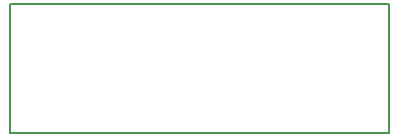
<source format=gbr>
G04 (created by PCBNEW (2013-07-07 BZR 4022)-stable) date 25/02/2014 10:24:33*
%MOIN*%
G04 Gerber Fmt 3.4, Leading zero omitted, Abs format*
%FSLAX34Y34*%
G01*
G70*
G90*
G04 APERTURE LIST*
%ADD10C,0.00590551*%
G04 APERTURE END LIST*
G54D10*
X65675Y-74300D02*
X65675Y-70025D01*
X53050Y-74325D02*
X65675Y-74325D01*
X65675Y-70025D02*
X53050Y-70025D01*
X53050Y-70025D02*
X53050Y-74325D01*
M02*

</source>
